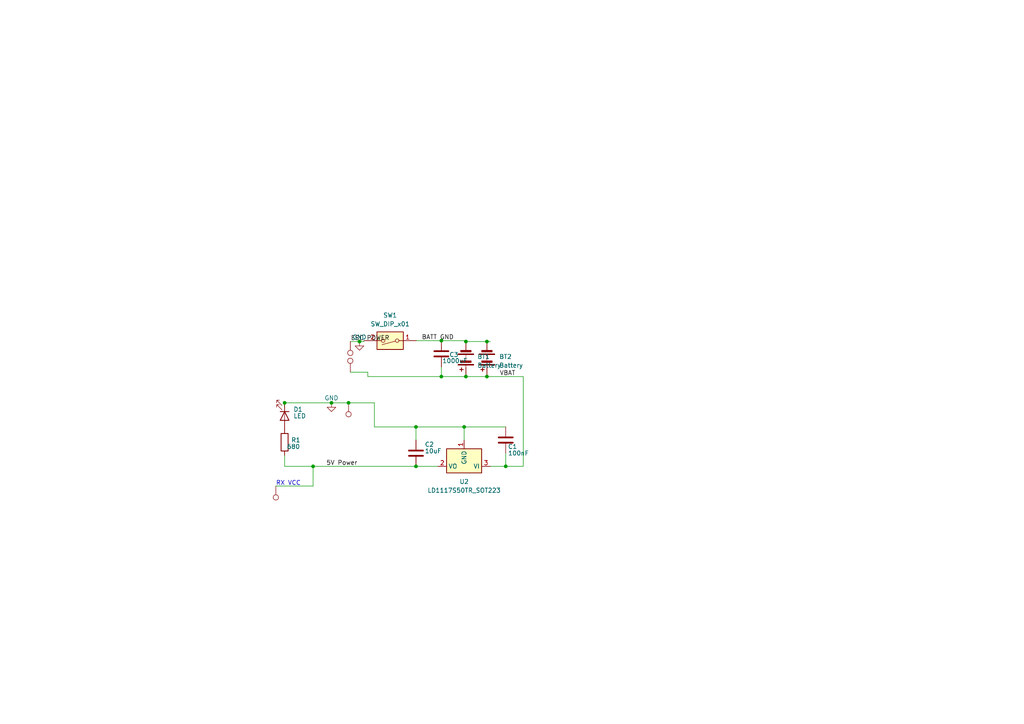
<source format=kicad_sch>
(kicad_sch (version 20230121) (generator eeschema)
  (paper "A4")
  (lib_symbols
    (symbol "Connector:TestPoint" (pin_numbers hide) (pin_names (offset 0.762) hide)
      (property "Reference" "TP" (at 0 6.858 0))
      (property "Value" "TestPoint" (at 0 5.08 0))
      (symbol "TestPoint_0_1"
        (circle (center 0 3.302) (radius 0.762))
      )
      (symbol "TestPoint_1_1"
        (pin passive line (at 0 0 90) (length 2.54) (name "1") (number "1"))
      )
    )
    (symbol "Device:Battery" (pin_numbers hide) (pin_names (offset 0) hide)
      (property "Reference" "BT" (at 2.54 2.54 0))
      (property "Value" "Battery" (at 2.54 0 0))
      (symbol "Battery_0_1"
        (rectangle (start -2.286 -1.27) (end 2.286 -1.524) (fill (type outline)))
        (rectangle (start -2.286 1.778) (end 2.286 1.524) (fill (type outline)))
        (rectangle (start -1.524 -2.032) (end 1.524 -2.54) (fill (type outline)))
        (rectangle (start -1.524 1.016) (end 1.524 0.508) (fill (type outline)))
        (polyline (pts (xy 0 -1.016) (xy 0 -0.762)))
        (polyline (pts (xy 0 -0.508) (xy 0 -0.254)))
        (polyline (pts (xy 0 0) (xy 0 0.254)))
        (polyline (pts (xy 0 1.778) (xy 0 2.54)))
        (polyline (pts (xy 0.762 3.048) (xy 1.778 3.048)) (stroke (width 0.254)))
        (polyline (pts (xy 1.27 3.556) (xy 1.27 2.54)) (stroke (width 0.254)))
      )
      (symbol "Battery_1_1"
        (pin passive line (at 0 5.08 270) (length 2.54) (name "+") (number "1"))
        (pin passive line (at 0 -5.08 90) (length 2.54) (name "-") (number "2"))
      )
    )
    (symbol "Device:C" (pin_numbers hide) (pin_names (offset 0.254))
      (property "Reference" "C" (at 0.635 2.54 0))
      (property "Value" "C" (at 0.635 -2.54 0))
      (symbol "C_0_1"
        (polyline (pts (xy -2.032 -0.762) (xy 2.032 -0.762)) (stroke (width 0.508)))
        (polyline (pts (xy -2.032 0.762) (xy 2.032 0.762)) (stroke (width 0.508)))
      )
      (symbol "C_1_1"
        (pin passive line (at 0 3.81 270) (length 2.794) (name "~") (number "1"))
        (pin passive line (at 0 -3.81 90) (length 2.794) (name "~") (number "2"))
      )
    )
    (symbol "Device:LED" (pin_numbers hide) (pin_names (offset 1.016) hide)
      (property "Reference" "D" (at 0 2.54 0))
      (property "Value" "LED" (at 0 -2.54 0))
      (symbol "LED_0_1"
        (polyline (pts (xy -1.27 -1.27) (xy -1.27 1.27)) (stroke (width 0.254)))
        (polyline (pts (xy -1.27 0) (xy 1.27 0)))
        (polyline (pts (xy 1.27 -1.27) (xy 1.27 1.27) (xy -1.27 0) (xy 1.27 -1.27)) (stroke (width 0.254)))
        (polyline (pts (xy -3.048 -0.762) (xy -4.572 -2.286) (xy -3.81 -2.286) (xy -4.572 -2.286) (xy -4.572 -1.524)))
        (polyline (pts (xy -1.778 -0.762) (xy -3.302 -2.286) (xy -2.54 -2.286) (xy -3.302 -2.286) (xy -3.302 -1.524)))
      )
      (symbol "LED_1_1"
        (pin passive line (at -3.81 0 0) (length 2.54) (name "K") (number "1"))
        (pin passive line (at 3.81 0 180) (length 2.54) (name "A") (number "2"))
      )
    )
    (symbol "Device:R" (pin_numbers hide) (pin_names (offset 0))
      (property "Reference" "R" (at 2.032 0 90))
      (property "Value" "R" (at 0 0 90))
      (symbol "R_0_1"
        (rectangle (start -1.016 -2.54) (end 1.016 2.54) (stroke (width 0.254)))
      )
      (symbol "R_1_1"
        (pin passive line (at 0 3.81 270) (length 1.27) (name "~") (number "1"))
        (pin passive line (at 0 -3.81 90) (length 1.27) (name "~") (number "2"))
      )
    )
    (symbol "Regulator_Linear:LD1117S50TR_SOT223"
      (property "Reference" "U" (at -3.81 3.175 0))
      (property "Value" "LD1117S50TR_SOT223" (at 0 3.175 0))
      (symbol "LD1117S50TR_SOT223_0_1"
        (rectangle (start -5.08 -5.08) (end 5.08 1.905) (stroke (width 0.254)) (fill (type background)))
      )
      (symbol "LD1117S50TR_SOT223_1_1"
        (pin power_in line (at 0 -7.62 90) (length 2.54) (name "GND") (number "1"))
        (pin power_out line (at 7.62 0 180) (length 2.54) (name "VO") (number "2"))
        (pin power_in line (at -7.62 0 0) (length 2.54) (name "VI") (number "3"))
      )
    )
    (symbol "Switch:SW_DIP_x01" (pin_names (offset 0) hide)
      (property "Reference" "SW" (at 0 3.81 0))
      (property "Value" "SW_DIP_x01" (at 0 -3.81 0))
      (symbol "SW_DIP_x01_0_0"
        (circle (center -2.032 0) (radius 0.508))
        (polyline (pts (xy -1.524 0.127) (xy 2.3622 1.1684)))
        (circle (center 2.032 0) (radius 0.508))
      )
      (symbol "SW_DIP_x01_0_1"
        (rectangle (start -3.81 2.54) (end 3.81 -2.54) (stroke (width 0.254)) (fill (type background)))
      )
      (symbol "SW_DIP_x01_1_1"
        (pin passive line (at -7.62 0 0) (length 5.08) (name "~") (number "1"))
        (pin passive line (at 7.62 0 180) (length 5.08) (name "~") (number "2"))
      )
    )
    (symbol "power:GND" (power) (pin_names (offset 0))
      (property "Value" "GND" (at 0 -3.81 0))
      (symbol "GND_0_1"
        (polyline (pts (xy 0 0) (xy 0 -1.27) (xy 1.27 -1.27) (xy 0 -2.54) (xy -1.27 -1.27) (xy 0 -1.27)))
      )
      (symbol "GND_1_1"
        (pin power_in line (at 0 0 270) (length 0) hide (name "GND") (number "1"))
      )
    )
  )
  (junction (at 134.62 123.825))
  (junction (at 96.139 116.84))
  (junction (at 120.65 135.255))
  (junction (at 120.65 123.825))
  (junction (at 82.55 116.84))
  (junction (at 128.016 109.22))
  (junction (at 90.805 135.255))
  (junction (at 135.128 99.06))
  (junction (at 141.224 99.06))
  (junction (at 101.092 116.84))
  (junction (at 128.016 98.806))
  (junction (at 141.224 109.22))
  (junction (at 146.685 135.255))
  (junction (at 104.267 99.06))
  (junction (at 135.128 109.22))
  (wire (pts (xy 101.6 107.95) (xy 106.68 107.95)))
  (wire (pts (xy 105.537 99.06) (xy 105.537 98.806)))
  (wire (pts (xy 141.224 99.06) (xy 142.24 99.06)))
  (wire (pts (xy 82.55 116.84) (xy 96.139 116.84)))
  (wire (pts (xy 135.128 99.06) (xy 141.224 99.06)))
  (wire (pts (xy 135.128 109.22) (xy 141.224 109.22)))
  (wire (pts (xy 120.65 127.635) (xy 120.65 123.825)))
  (wire (pts (xy 108.585 123.825) (xy 120.65 123.825)))
  (wire (pts (xy 146.685 131.445) (xy 146.685 135.255)))
  (wire (pts (xy 106.68 107.95) (xy 106.68 109.22)))
  (wire (pts (xy 120.65 135.255) (xy 127 135.255)))
  (wire (pts (xy 96.139 116.84) (xy 101.092 116.84)))
  (wire (pts (xy 106.68 109.22) (xy 128.016 109.22)))
  (wire (pts (xy 135.128 98.806) (xy 135.128 99.06)))
  (wire (pts (xy 80.01 140.97) (xy 90.805 140.97)))
  (wire (pts (xy 128.016 109.22) (xy 135.128 109.22)))
  (wire (pts (xy 101.092 116.84) (xy 108.585 116.84)))
  (wire (pts (xy 141.224 109.22) (xy 151.765 109.22)))
  (wire (pts (xy 134.62 127.635) (xy 134.62 123.825)))
  (wire (pts (xy 101.6 99.06) (xy 104.267 99.06)))
  (wire (pts (xy 90.805 135.255) (xy 82.55 135.255)))
  (wire (pts (xy 104.267 99.06) (xy 105.537 99.06)))
  (wire (pts (xy 151.765 109.22) (xy 151.765 135.255)))
  (wire (pts (xy 90.805 135.255) (xy 120.65 135.255)))
  (wire (pts (xy 146.685 135.255) (xy 151.765 135.255)))
  (wire (pts (xy 82.55 135.255) (xy 82.55 132.08)))
  (wire (pts (xy 142.24 135.255) (xy 146.685 135.255)))
  (wire (pts (xy 120.777 98.806) (xy 128.016 98.806)))
  (wire (pts (xy 82.55 118.11) (xy 82.55 116.84)))
  (wire (pts (xy 128.016 98.806) (xy 135.128 98.806)))
  (wire (pts (xy 134.62 123.825) (xy 146.685 123.825)))
  (wire (pts (xy 128.016 106.426) (xy 128.016 109.22)))
  (wire (pts (xy 120.65 123.825) (xy 134.62 123.825)))
  (wire (pts (xy 108.585 116.84) (xy 108.585 123.825)))
  (wire (pts (xy 90.805 135.255) (xy 90.805 140.97)))
  (text "RX VCC\n" (at 80.01 140.97 0) (effects (font (size 1.27 1.27)) (justify left bottom)))
  (label "5V Power" (at 94.615 135.255 0))
  (label "BATT GND" (at 122.301 98.806 0))
  (label "ESC POWER" (at 101.727 99.06 0))
  (label "VBAT" (at 144.907 109.22 0))
  (symbol (lib_id "power:GND") (at 96.139 116.84 0) (unit 1)
    (property "Reference" "#PWR02" (effects hide))
    (property "Value" "GND" (at 96.139 115.443 0))
  )
  (symbol (lib_id "Device:LED") (at 82.55 120.65 270) (unit 1)
    (property "Reference" "D1" (at 85.09 118.745 90) (effects (justify left)))
    (property "Value" "LED" (at 85.09 120.65 90) (effects (justify left)))
    (property "Footprint" "LED_SMD:LED_1206_3216Metric" (effects hide))
  )
  (symbol (lib_id "Connector:TestPoint") (at 101.6 99.06 180) (unit 1)
    (property "Reference" "TP3" (effects hide))
    (property "Value" "TestPoint" (effects hide))
    (property "Footprint" "Pads:TestPoint_Pad_3.0x9.0mm" (effects hide))
  )
  (symbol (lib_id "Device:C") (at 120.65 131.445 0) (unit 1)
    (property "Reference" "C2" (at 123.19 128.905 0) (effects (justify left)))
    (property "Value" "10uF" (at 123.19 130.81 0) (effects (justify left)))
    (property "Footprint" "Capacitor_SMD:C_1206_3216Metric" (effects hide))
  )
  (symbol (lib_id "Connector:TestPoint") (at 80.01 140.97 180) (unit 1)
    (property "Reference" "TP7" (effects hide))
    (property "Value" "TestPoint" (effects hide))
    (property "Footprint" "TestPoint:TestPoint_Pad_1.5x1.5mm" (effects hide))
  )
  (symbol (lib_id "Device:Battery") (at 135.128 104.14 180) (unit 1)
    (property "Reference" "BT1" (at 138.43 103.4415 0) (effects (justify right)))
    (property "Value" "Battery" (at 138.43 105.9815 0) (effects (justify right)))
    (property "Footprint" "XT:XT30 Female" (effects hide))
  )
  (symbol (lib_id "Regulator_Linear:LD1117S50TR_SOT223") (at 134.62 135.255 180) (unit 1)
    (property "Reference" "U2" (at 134.62 139.7 0))
    (property "Value" "LD1117S50TR_SOT223" (at 134.62 142.24 0))
    (property "Footprint" "Package_TO_SOT_SMD:SOT-223-3_TabPin2" (effects hide))
    (property "Datasheet" "http://www.st.com/st-web-ui/static/active/en/resource/technical/document/datasheet/CD00000544.pdf" (effects hide))
  )
  (symbol (lib_id "Connector:TestPoint") (at 101.092 116.84 180) (unit 1)
    (property "Reference" "TP1" (effects hide))
    (property "Value" "TestPoint" (effects hide))
    (property "Footprint" "TestPoint:TestPoint_Pad_1.5x1.5mm" (effects hide))
  )
  (symbol (lib_id "Device:C") (at 128.016 102.616 0) (unit 1)
    (property "Reference" "C3" (at 130.302 102.87 0) (effects (justify left)))
    (property "Value" "1000uF" (at 128.27 104.648 0) (effects (justify left)))
    (property "Footprint" "Custom Parts:Panasonic_FC-A_D10_L12_F5_CompactOverhang" (effects hide))
  )
  (symbol (lib_id "Device:C") (at 146.685 127.635 0) (unit 1)
    (property "Reference" "C1" (at 147.32 129.54 0) (effects (justify left)))
    (property "Value" "100nF" (at 147.32 131.445 0) (effects (justify left)))
    (property "Footprint" "Capacitor_SMD:C_1206_3216Metric" (effects hide))
  )
  (symbol (lib_id "Device:R") (at 82.55 128.27 0) (unit 1)
    (property "Reference" "R1" (at 84.455 127.635 0) (effects (justify left)))
    (property "Value" "680" (at 83.185 129.54 0) (effects (justify left)))
    (property "Footprint" "Resistor_SMD:R_1206_3216Metric" (effects hide))
  )
  (symbol (lib_id "Switch:SW_DIP_x01") (at 113.157 98.806 180) (unit 1)
    (property "Reference" "SW1" (at 113.157 91.44 0))
    (property "Value" "SW_DIP_x01" (at 113.157 93.98 0))
    (property "Footprint" "Custom Parts:M4_Broaching_NutSwitch" (effects hide))
  )
  (symbol (lib_id "power:GND") (at 104.267 99.06 0) (unit 1)
    (property "Reference" "#PWR01" (effects hide))
    (property "Value" "GND" (at 104.267 97.79 0))
  )
  (symbol (lib_id "Connector:TestPoint") (at 101.6 107.95 0) (unit 1)
    (property "Reference" "TP6" (effects hide))
    (property "Value" "TestPoint" (effects hide))
    (property "Footprint" "Pads:TestPoint_Pad_3.0x9.0mm" (effects hide))
  )
  (symbol (lib_id "Device:Battery") (at 141.224 104.14 180) (unit 1)
    (property "Reference" "BT2" (at 144.78 103.4415 0) (effects (justify right)))
    (property "Value" "Battery" (at 144.78 105.9815 0) (effects (justify right)))
    (property "Footprint" "XT:XT30 Female" (effects hide))
  )
)
</source>
